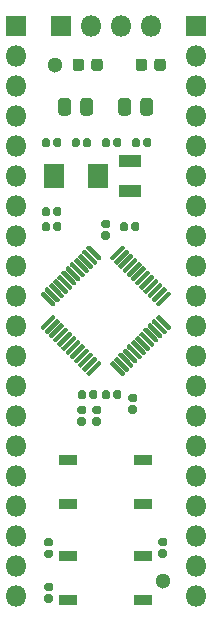
<source format=gts>
G04 #@! TF.GenerationSoftware,KiCad,Pcbnew,(5.1.6)-1*
G04 #@! TF.CreationDate,2020-06-29T14:48:59-07:00*
G04 #@! TF.ProjectId,devboard,64657662-6f61-4726-942e-6b696361645f,A*
G04 #@! TF.SameCoordinates,PX7c82060PY49a3900*
G04 #@! TF.FileFunction,Soldermask,Top*
G04 #@! TF.FilePolarity,Negative*
%FSLAX46Y46*%
G04 Gerber Fmt 4.6, Leading zero omitted, Abs format (unit mm)*
G04 Created by KiCad (PCBNEW (5.1.6)-1) date 2020-06-29 14:48:59*
%MOMM*%
%LPD*%
G01*
G04 APERTURE LIST*
%ADD10R,1.900000X1.100000*%
%ADD11R,1.800000X2.100000*%
%ADD12O,1.800000X1.800000*%
%ADD13R,1.800000X1.800000*%
%ADD14C,1.300000*%
%ADD15R,1.600000X0.950000*%
G04 APERTURE END LIST*
D10*
X11176000Y-12974000D03*
X11176000Y-15474000D03*
D11*
X4754000Y-14224000D03*
X8454000Y-14224000D03*
G36*
G01*
X12084000Y-8863250D02*
X12084000Y-7900750D01*
G75*
G02*
X12352750Y-7632000I268750J0D01*
G01*
X12890250Y-7632000D01*
G75*
G02*
X13159000Y-7900750I0J-268750D01*
G01*
X13159000Y-8863250D01*
G75*
G02*
X12890250Y-9132000I-268750J0D01*
G01*
X12352750Y-9132000D01*
G75*
G02*
X12084000Y-8863250I0J268750D01*
G01*
G37*
G36*
G01*
X10209000Y-8863250D02*
X10209000Y-7900750D01*
G75*
G02*
X10477750Y-7632000I268750J0D01*
G01*
X11015250Y-7632000D01*
G75*
G02*
X11284000Y-7900750I0J-268750D01*
G01*
X11284000Y-8863250D01*
G75*
G02*
X11015250Y-9132000I-268750J0D01*
G01*
X10477750Y-9132000D01*
G75*
G02*
X10209000Y-8863250I0J268750D01*
G01*
G37*
G36*
G01*
X6204000Y-7900750D02*
X6204000Y-8863250D01*
G75*
G02*
X5935250Y-9132000I-268750J0D01*
G01*
X5397750Y-9132000D01*
G75*
G02*
X5129000Y-8863250I0J268750D01*
G01*
X5129000Y-7900750D01*
G75*
G02*
X5397750Y-7632000I268750J0D01*
G01*
X5935250Y-7632000D01*
G75*
G02*
X6204000Y-7900750I0J-268750D01*
G01*
G37*
G36*
G01*
X8079000Y-7900750D02*
X8079000Y-8863250D01*
G75*
G02*
X7810250Y-9132000I-268750J0D01*
G01*
X7272750Y-9132000D01*
G75*
G02*
X7004000Y-8863250I0J268750D01*
G01*
X7004000Y-7900750D01*
G75*
G02*
X7272750Y-7632000I268750J0D01*
G01*
X7810250Y-7632000D01*
G75*
G02*
X8079000Y-7900750I0J-268750D01*
G01*
G37*
D12*
X16764000Y-49784000D03*
X16764000Y-47244000D03*
X16764000Y-44704000D03*
X16764000Y-42164000D03*
X16764000Y-39624000D03*
X16764000Y-37084000D03*
X16764000Y-34544000D03*
X16764000Y-32004000D03*
X16764000Y-29464000D03*
X16764000Y-26924000D03*
X16764000Y-24384000D03*
X16764000Y-21844000D03*
X16764000Y-19304000D03*
X16764000Y-16764000D03*
X16764000Y-14224000D03*
X16764000Y-11684000D03*
X16764000Y-9144000D03*
X16764000Y-6604000D03*
X16764000Y-4064000D03*
D13*
X16764000Y-1524000D03*
D12*
X1524000Y-49784000D03*
X1524000Y-47244000D03*
X1524000Y-44704000D03*
X1524000Y-42164000D03*
X1524000Y-39624000D03*
X1524000Y-37084000D03*
X1524000Y-34544000D03*
X1524000Y-32004000D03*
X1524000Y-29464000D03*
X1524000Y-26924000D03*
X1524000Y-24384000D03*
X1524000Y-21844000D03*
X1524000Y-19304000D03*
X1524000Y-16764000D03*
X1524000Y-14224000D03*
X1524000Y-11684000D03*
X1524000Y-9144000D03*
X1524000Y-6604000D03*
X1524000Y-4064000D03*
D13*
X1524000Y-1524000D03*
G36*
G01*
X7517655Y-20279988D02*
X7659076Y-20138566D01*
G75*
G02*
X7800498Y-20138566I70711J-70711D01*
G01*
X8772770Y-21110838D01*
G75*
G02*
X8772770Y-21252260I-70711J-70711D01*
G01*
X8631348Y-21393682D01*
G75*
G02*
X8489926Y-21393682I-70711J70711D01*
G01*
X7517654Y-20421410D01*
G75*
G02*
X7517654Y-20279988I70711J70711D01*
G01*
G37*
G36*
G01*
X7164101Y-20633542D02*
X7305522Y-20492120D01*
G75*
G02*
X7446944Y-20492120I70711J-70711D01*
G01*
X8419216Y-21464392D01*
G75*
G02*
X8419216Y-21605814I-70711J-70711D01*
G01*
X8277794Y-21747236D01*
G75*
G02*
X8136372Y-21747236I-70711J70711D01*
G01*
X7164100Y-20774964D01*
G75*
G02*
X7164100Y-20633542I70711J70711D01*
G01*
G37*
G36*
G01*
X6810548Y-20987095D02*
X6951969Y-20845673D01*
G75*
G02*
X7093391Y-20845673I70711J-70711D01*
G01*
X8065663Y-21817945D01*
G75*
G02*
X8065663Y-21959367I-70711J-70711D01*
G01*
X7924241Y-22100789D01*
G75*
G02*
X7782819Y-22100789I-70711J70711D01*
G01*
X6810547Y-21128517D01*
G75*
G02*
X6810547Y-20987095I70711J70711D01*
G01*
G37*
G36*
G01*
X6456994Y-21340649D02*
X6598415Y-21199227D01*
G75*
G02*
X6739837Y-21199227I70711J-70711D01*
G01*
X7712109Y-22171499D01*
G75*
G02*
X7712109Y-22312921I-70711J-70711D01*
G01*
X7570687Y-22454343D01*
G75*
G02*
X7429265Y-22454343I-70711J70711D01*
G01*
X6456993Y-21482071D01*
G75*
G02*
X6456993Y-21340649I70711J70711D01*
G01*
G37*
G36*
G01*
X6103441Y-21694202D02*
X6244862Y-21552780D01*
G75*
G02*
X6386284Y-21552780I70711J-70711D01*
G01*
X7358556Y-22525052D01*
G75*
G02*
X7358556Y-22666474I-70711J-70711D01*
G01*
X7217134Y-22807896D01*
G75*
G02*
X7075712Y-22807896I-70711J70711D01*
G01*
X6103440Y-21835624D01*
G75*
G02*
X6103440Y-21694202I70711J70711D01*
G01*
G37*
G36*
G01*
X5749888Y-22047755D02*
X5891309Y-21906333D01*
G75*
G02*
X6032731Y-21906333I70711J-70711D01*
G01*
X7005003Y-22878605D01*
G75*
G02*
X7005003Y-23020027I-70711J-70711D01*
G01*
X6863581Y-23161449D01*
G75*
G02*
X6722159Y-23161449I-70711J70711D01*
G01*
X5749887Y-22189177D01*
G75*
G02*
X5749887Y-22047755I70711J70711D01*
G01*
G37*
G36*
G01*
X5396334Y-22401309D02*
X5537755Y-22259887D01*
G75*
G02*
X5679177Y-22259887I70711J-70711D01*
G01*
X6651449Y-23232159D01*
G75*
G02*
X6651449Y-23373581I-70711J-70711D01*
G01*
X6510027Y-23515003D01*
G75*
G02*
X6368605Y-23515003I-70711J70711D01*
G01*
X5396333Y-22542731D01*
G75*
G02*
X5396333Y-22401309I70711J70711D01*
G01*
G37*
G36*
G01*
X5042781Y-22754862D02*
X5184202Y-22613440D01*
G75*
G02*
X5325624Y-22613440I70711J-70711D01*
G01*
X6297896Y-23585712D01*
G75*
G02*
X6297896Y-23727134I-70711J-70711D01*
G01*
X6156474Y-23868556D01*
G75*
G02*
X6015052Y-23868556I-70711J70711D01*
G01*
X5042780Y-22896284D01*
G75*
G02*
X5042780Y-22754862I70711J70711D01*
G01*
G37*
G36*
G01*
X4689228Y-23108415D02*
X4830649Y-22966993D01*
G75*
G02*
X4972071Y-22966993I70711J-70711D01*
G01*
X5944343Y-23939265D01*
G75*
G02*
X5944343Y-24080687I-70711J-70711D01*
G01*
X5802921Y-24222109D01*
G75*
G02*
X5661499Y-24222109I-70711J70711D01*
G01*
X4689227Y-23249837D01*
G75*
G02*
X4689227Y-23108415I70711J70711D01*
G01*
G37*
G36*
G01*
X4335674Y-23461969D02*
X4477095Y-23320547D01*
G75*
G02*
X4618517Y-23320547I70711J-70711D01*
G01*
X5590789Y-24292819D01*
G75*
G02*
X5590789Y-24434241I-70711J-70711D01*
G01*
X5449367Y-24575663D01*
G75*
G02*
X5307945Y-24575663I-70711J70711D01*
G01*
X4335673Y-23603391D01*
G75*
G02*
X4335673Y-23461969I70711J70711D01*
G01*
G37*
G36*
G01*
X3982121Y-23815522D02*
X4123542Y-23674100D01*
G75*
G02*
X4264964Y-23674100I70711J-70711D01*
G01*
X5237236Y-24646372D01*
G75*
G02*
X5237236Y-24787794I-70711J-70711D01*
G01*
X5095814Y-24929216D01*
G75*
G02*
X4954392Y-24929216I-70711J70711D01*
G01*
X3982120Y-23956944D01*
G75*
G02*
X3982120Y-23815522I70711J70711D01*
G01*
G37*
G36*
G01*
X3628567Y-24169076D02*
X3769988Y-24027654D01*
G75*
G02*
X3911410Y-24027654I70711J-70711D01*
G01*
X4883682Y-24999926D01*
G75*
G02*
X4883682Y-25141348I-70711J-70711D01*
G01*
X4742260Y-25282770D01*
G75*
G02*
X4600838Y-25282770I-70711J70711D01*
G01*
X3628566Y-24310498D01*
G75*
G02*
X3628566Y-24169076I70711J70711D01*
G01*
G37*
G36*
G01*
X3628567Y-26997503D02*
X4600838Y-26025230D01*
G75*
G02*
X4742260Y-26025230I70711J-70711D01*
G01*
X4883682Y-26166652D01*
G75*
G02*
X4883682Y-26308074I-70711J-70711D01*
G01*
X3911410Y-27280346D01*
G75*
G02*
X3769988Y-27280346I-70711J70711D01*
G01*
X3628566Y-27138924D01*
G75*
G02*
X3628566Y-26997502I70711J70711D01*
G01*
G37*
G36*
G01*
X3982121Y-27351057D02*
X4954392Y-26378784D01*
G75*
G02*
X5095814Y-26378784I70711J-70711D01*
G01*
X5237236Y-26520206D01*
G75*
G02*
X5237236Y-26661628I-70711J-70711D01*
G01*
X4264964Y-27633900D01*
G75*
G02*
X4123542Y-27633900I-70711J70711D01*
G01*
X3982120Y-27492478D01*
G75*
G02*
X3982120Y-27351056I70711J70711D01*
G01*
G37*
G36*
G01*
X4335674Y-27704610D02*
X5307945Y-26732337D01*
G75*
G02*
X5449367Y-26732337I70711J-70711D01*
G01*
X5590789Y-26873759D01*
G75*
G02*
X5590789Y-27015181I-70711J-70711D01*
G01*
X4618517Y-27987453D01*
G75*
G02*
X4477095Y-27987453I-70711J70711D01*
G01*
X4335673Y-27846031D01*
G75*
G02*
X4335673Y-27704609I70711J70711D01*
G01*
G37*
G36*
G01*
X4689228Y-28058164D02*
X5661499Y-27085891D01*
G75*
G02*
X5802921Y-27085891I70711J-70711D01*
G01*
X5944343Y-27227313D01*
G75*
G02*
X5944343Y-27368735I-70711J-70711D01*
G01*
X4972071Y-28341007D01*
G75*
G02*
X4830649Y-28341007I-70711J70711D01*
G01*
X4689227Y-28199585D01*
G75*
G02*
X4689227Y-28058163I70711J70711D01*
G01*
G37*
G36*
G01*
X5042781Y-28411717D02*
X6015052Y-27439444D01*
G75*
G02*
X6156474Y-27439444I70711J-70711D01*
G01*
X6297896Y-27580866D01*
G75*
G02*
X6297896Y-27722288I-70711J-70711D01*
G01*
X5325624Y-28694560D01*
G75*
G02*
X5184202Y-28694560I-70711J70711D01*
G01*
X5042780Y-28553138D01*
G75*
G02*
X5042780Y-28411716I70711J70711D01*
G01*
G37*
G36*
G01*
X5396334Y-28765270D02*
X6368605Y-27792997D01*
G75*
G02*
X6510027Y-27792997I70711J-70711D01*
G01*
X6651449Y-27934419D01*
G75*
G02*
X6651449Y-28075841I-70711J-70711D01*
G01*
X5679177Y-29048113D01*
G75*
G02*
X5537755Y-29048113I-70711J70711D01*
G01*
X5396333Y-28906691D01*
G75*
G02*
X5396333Y-28765269I70711J70711D01*
G01*
G37*
G36*
G01*
X5749888Y-29118824D02*
X6722159Y-28146551D01*
G75*
G02*
X6863581Y-28146551I70711J-70711D01*
G01*
X7005003Y-28287973D01*
G75*
G02*
X7005003Y-28429395I-70711J-70711D01*
G01*
X6032731Y-29401667D01*
G75*
G02*
X5891309Y-29401667I-70711J70711D01*
G01*
X5749887Y-29260245D01*
G75*
G02*
X5749887Y-29118823I70711J70711D01*
G01*
G37*
G36*
G01*
X6103441Y-29472377D02*
X7075712Y-28500104D01*
G75*
G02*
X7217134Y-28500104I70711J-70711D01*
G01*
X7358556Y-28641526D01*
G75*
G02*
X7358556Y-28782948I-70711J-70711D01*
G01*
X6386284Y-29755220D01*
G75*
G02*
X6244862Y-29755220I-70711J70711D01*
G01*
X6103440Y-29613798D01*
G75*
G02*
X6103440Y-29472376I70711J70711D01*
G01*
G37*
G36*
G01*
X6456994Y-29825930D02*
X7429265Y-28853657D01*
G75*
G02*
X7570687Y-28853657I70711J-70711D01*
G01*
X7712109Y-28995079D01*
G75*
G02*
X7712109Y-29136501I-70711J-70711D01*
G01*
X6739837Y-30108773D01*
G75*
G02*
X6598415Y-30108773I-70711J70711D01*
G01*
X6456993Y-29967351D01*
G75*
G02*
X6456993Y-29825929I70711J70711D01*
G01*
G37*
G36*
G01*
X6810548Y-30179484D02*
X7782819Y-29207211D01*
G75*
G02*
X7924241Y-29207211I70711J-70711D01*
G01*
X8065663Y-29348633D01*
G75*
G02*
X8065663Y-29490055I-70711J-70711D01*
G01*
X7093391Y-30462327D01*
G75*
G02*
X6951969Y-30462327I-70711J70711D01*
G01*
X6810547Y-30320905D01*
G75*
G02*
X6810547Y-30179483I70711J70711D01*
G01*
G37*
G36*
G01*
X7164101Y-30533037D02*
X8136372Y-29560764D01*
G75*
G02*
X8277794Y-29560764I70711J-70711D01*
G01*
X8419216Y-29702186D01*
G75*
G02*
X8419216Y-29843608I-70711J-70711D01*
G01*
X7446944Y-30815880D01*
G75*
G02*
X7305522Y-30815880I-70711J70711D01*
G01*
X7164100Y-30674458D01*
G75*
G02*
X7164100Y-30533036I70711J70711D01*
G01*
G37*
G36*
G01*
X7517655Y-30886591D02*
X8489926Y-29914318D01*
G75*
G02*
X8631348Y-29914318I70711J-70711D01*
G01*
X8772770Y-30055740D01*
G75*
G02*
X8772770Y-30197162I-70711J-70711D01*
G01*
X7800498Y-31169434D01*
G75*
G02*
X7659076Y-31169434I-70711J70711D01*
G01*
X7517654Y-31028012D01*
G75*
G02*
X7517654Y-30886590I70711J70711D01*
G01*
G37*
G36*
G01*
X9515231Y-30055740D02*
X9656652Y-29914318D01*
G75*
G02*
X9798074Y-29914318I70711J-70711D01*
G01*
X10770346Y-30886590D01*
G75*
G02*
X10770346Y-31028012I-70711J-70711D01*
G01*
X10628924Y-31169434D01*
G75*
G02*
X10487502Y-31169434I-70711J70711D01*
G01*
X9515230Y-30197162D01*
G75*
G02*
X9515230Y-30055740I70711J70711D01*
G01*
G37*
G36*
G01*
X9868785Y-29702186D02*
X10010206Y-29560764D01*
G75*
G02*
X10151628Y-29560764I70711J-70711D01*
G01*
X11123900Y-30533036D01*
G75*
G02*
X11123900Y-30674458I-70711J-70711D01*
G01*
X10982478Y-30815880D01*
G75*
G02*
X10841056Y-30815880I-70711J70711D01*
G01*
X9868784Y-29843608D01*
G75*
G02*
X9868784Y-29702186I70711J70711D01*
G01*
G37*
G36*
G01*
X10222338Y-29348633D02*
X10363759Y-29207211D01*
G75*
G02*
X10505181Y-29207211I70711J-70711D01*
G01*
X11477453Y-30179483D01*
G75*
G02*
X11477453Y-30320905I-70711J-70711D01*
G01*
X11336031Y-30462327D01*
G75*
G02*
X11194609Y-30462327I-70711J70711D01*
G01*
X10222337Y-29490055D01*
G75*
G02*
X10222337Y-29348633I70711J70711D01*
G01*
G37*
G36*
G01*
X10575892Y-28995079D02*
X10717313Y-28853657D01*
G75*
G02*
X10858735Y-28853657I70711J-70711D01*
G01*
X11831007Y-29825929D01*
G75*
G02*
X11831007Y-29967351I-70711J-70711D01*
G01*
X11689585Y-30108773D01*
G75*
G02*
X11548163Y-30108773I-70711J70711D01*
G01*
X10575891Y-29136501D01*
G75*
G02*
X10575891Y-28995079I70711J70711D01*
G01*
G37*
G36*
G01*
X10929445Y-28641526D02*
X11070866Y-28500104D01*
G75*
G02*
X11212288Y-28500104I70711J-70711D01*
G01*
X12184560Y-29472376D01*
G75*
G02*
X12184560Y-29613798I-70711J-70711D01*
G01*
X12043138Y-29755220D01*
G75*
G02*
X11901716Y-29755220I-70711J70711D01*
G01*
X10929444Y-28782948D01*
G75*
G02*
X10929444Y-28641526I70711J70711D01*
G01*
G37*
G36*
G01*
X11282998Y-28287973D02*
X11424419Y-28146551D01*
G75*
G02*
X11565841Y-28146551I70711J-70711D01*
G01*
X12538113Y-29118823D01*
G75*
G02*
X12538113Y-29260245I-70711J-70711D01*
G01*
X12396691Y-29401667D01*
G75*
G02*
X12255269Y-29401667I-70711J70711D01*
G01*
X11282997Y-28429395D01*
G75*
G02*
X11282997Y-28287973I70711J70711D01*
G01*
G37*
G36*
G01*
X11636552Y-27934419D02*
X11777973Y-27792997D01*
G75*
G02*
X11919395Y-27792997I70711J-70711D01*
G01*
X12891667Y-28765269D01*
G75*
G02*
X12891667Y-28906691I-70711J-70711D01*
G01*
X12750245Y-29048113D01*
G75*
G02*
X12608823Y-29048113I-70711J70711D01*
G01*
X11636551Y-28075841D01*
G75*
G02*
X11636551Y-27934419I70711J70711D01*
G01*
G37*
G36*
G01*
X11990105Y-27580866D02*
X12131526Y-27439444D01*
G75*
G02*
X12272948Y-27439444I70711J-70711D01*
G01*
X13245220Y-28411716D01*
G75*
G02*
X13245220Y-28553138I-70711J-70711D01*
G01*
X13103798Y-28694560D01*
G75*
G02*
X12962376Y-28694560I-70711J70711D01*
G01*
X11990104Y-27722288D01*
G75*
G02*
X11990104Y-27580866I70711J70711D01*
G01*
G37*
G36*
G01*
X12343658Y-27227313D02*
X12485079Y-27085891D01*
G75*
G02*
X12626501Y-27085891I70711J-70711D01*
G01*
X13598773Y-28058163D01*
G75*
G02*
X13598773Y-28199585I-70711J-70711D01*
G01*
X13457351Y-28341007D01*
G75*
G02*
X13315929Y-28341007I-70711J70711D01*
G01*
X12343657Y-27368735D01*
G75*
G02*
X12343657Y-27227313I70711J70711D01*
G01*
G37*
G36*
G01*
X12697212Y-26873759D02*
X12838633Y-26732337D01*
G75*
G02*
X12980055Y-26732337I70711J-70711D01*
G01*
X13952327Y-27704609D01*
G75*
G02*
X13952327Y-27846031I-70711J-70711D01*
G01*
X13810905Y-27987453D01*
G75*
G02*
X13669483Y-27987453I-70711J70711D01*
G01*
X12697211Y-27015181D01*
G75*
G02*
X12697211Y-26873759I70711J70711D01*
G01*
G37*
G36*
G01*
X13050765Y-26520206D02*
X13192186Y-26378784D01*
G75*
G02*
X13333608Y-26378784I70711J-70711D01*
G01*
X14305880Y-27351056D01*
G75*
G02*
X14305880Y-27492478I-70711J-70711D01*
G01*
X14164458Y-27633900D01*
G75*
G02*
X14023036Y-27633900I-70711J70711D01*
G01*
X13050764Y-26661628D01*
G75*
G02*
X13050764Y-26520206I70711J70711D01*
G01*
G37*
G36*
G01*
X13404319Y-26166652D02*
X13545740Y-26025230D01*
G75*
G02*
X13687162Y-26025230I70711J-70711D01*
G01*
X14659434Y-26997502D01*
G75*
G02*
X14659434Y-27138924I-70711J-70711D01*
G01*
X14518012Y-27280346D01*
G75*
G02*
X14376590Y-27280346I-70711J70711D01*
G01*
X13404318Y-26308074D01*
G75*
G02*
X13404318Y-26166652I70711J70711D01*
G01*
G37*
G36*
G01*
X13404319Y-24999927D02*
X14376590Y-24027654D01*
G75*
G02*
X14518012Y-24027654I70711J-70711D01*
G01*
X14659434Y-24169076D01*
G75*
G02*
X14659434Y-24310498I-70711J-70711D01*
G01*
X13687162Y-25282770D01*
G75*
G02*
X13545740Y-25282770I-70711J70711D01*
G01*
X13404318Y-25141348D01*
G75*
G02*
X13404318Y-24999926I70711J70711D01*
G01*
G37*
G36*
G01*
X13050765Y-24646373D02*
X14023036Y-23674100D01*
G75*
G02*
X14164458Y-23674100I70711J-70711D01*
G01*
X14305880Y-23815522D01*
G75*
G02*
X14305880Y-23956944I-70711J-70711D01*
G01*
X13333608Y-24929216D01*
G75*
G02*
X13192186Y-24929216I-70711J70711D01*
G01*
X13050764Y-24787794D01*
G75*
G02*
X13050764Y-24646372I70711J70711D01*
G01*
G37*
G36*
G01*
X12697212Y-24292820D02*
X13669483Y-23320547D01*
G75*
G02*
X13810905Y-23320547I70711J-70711D01*
G01*
X13952327Y-23461969D01*
G75*
G02*
X13952327Y-23603391I-70711J-70711D01*
G01*
X12980055Y-24575663D01*
G75*
G02*
X12838633Y-24575663I-70711J70711D01*
G01*
X12697211Y-24434241D01*
G75*
G02*
X12697211Y-24292819I70711J70711D01*
G01*
G37*
G36*
G01*
X12343658Y-23939266D02*
X13315929Y-22966993D01*
G75*
G02*
X13457351Y-22966993I70711J-70711D01*
G01*
X13598773Y-23108415D01*
G75*
G02*
X13598773Y-23249837I-70711J-70711D01*
G01*
X12626501Y-24222109D01*
G75*
G02*
X12485079Y-24222109I-70711J70711D01*
G01*
X12343657Y-24080687D01*
G75*
G02*
X12343657Y-23939265I70711J70711D01*
G01*
G37*
G36*
G01*
X11990105Y-23585713D02*
X12962376Y-22613440D01*
G75*
G02*
X13103798Y-22613440I70711J-70711D01*
G01*
X13245220Y-22754862D01*
G75*
G02*
X13245220Y-22896284I-70711J-70711D01*
G01*
X12272948Y-23868556D01*
G75*
G02*
X12131526Y-23868556I-70711J70711D01*
G01*
X11990104Y-23727134D01*
G75*
G02*
X11990104Y-23585712I70711J70711D01*
G01*
G37*
G36*
G01*
X11636552Y-23232160D02*
X12608823Y-22259887D01*
G75*
G02*
X12750245Y-22259887I70711J-70711D01*
G01*
X12891667Y-22401309D01*
G75*
G02*
X12891667Y-22542731I-70711J-70711D01*
G01*
X11919395Y-23515003D01*
G75*
G02*
X11777973Y-23515003I-70711J70711D01*
G01*
X11636551Y-23373581D01*
G75*
G02*
X11636551Y-23232159I70711J70711D01*
G01*
G37*
G36*
G01*
X11282998Y-22878606D02*
X12255269Y-21906333D01*
G75*
G02*
X12396691Y-21906333I70711J-70711D01*
G01*
X12538113Y-22047755D01*
G75*
G02*
X12538113Y-22189177I-70711J-70711D01*
G01*
X11565841Y-23161449D01*
G75*
G02*
X11424419Y-23161449I-70711J70711D01*
G01*
X11282997Y-23020027D01*
G75*
G02*
X11282997Y-22878605I70711J70711D01*
G01*
G37*
G36*
G01*
X10929445Y-22525053D02*
X11901716Y-21552780D01*
G75*
G02*
X12043138Y-21552780I70711J-70711D01*
G01*
X12184560Y-21694202D01*
G75*
G02*
X12184560Y-21835624I-70711J-70711D01*
G01*
X11212288Y-22807896D01*
G75*
G02*
X11070866Y-22807896I-70711J70711D01*
G01*
X10929444Y-22666474D01*
G75*
G02*
X10929444Y-22525052I70711J70711D01*
G01*
G37*
G36*
G01*
X10575892Y-22171500D02*
X11548163Y-21199227D01*
G75*
G02*
X11689585Y-21199227I70711J-70711D01*
G01*
X11831007Y-21340649D01*
G75*
G02*
X11831007Y-21482071I-70711J-70711D01*
G01*
X10858735Y-22454343D01*
G75*
G02*
X10717313Y-22454343I-70711J70711D01*
G01*
X10575891Y-22312921D01*
G75*
G02*
X10575891Y-22171499I70711J70711D01*
G01*
G37*
G36*
G01*
X10222338Y-21817946D02*
X11194609Y-20845673D01*
G75*
G02*
X11336031Y-20845673I70711J-70711D01*
G01*
X11477453Y-20987095D01*
G75*
G02*
X11477453Y-21128517I-70711J-70711D01*
G01*
X10505181Y-22100789D01*
G75*
G02*
X10363759Y-22100789I-70711J70711D01*
G01*
X10222337Y-21959367D01*
G75*
G02*
X10222337Y-21817945I70711J70711D01*
G01*
G37*
G36*
G01*
X9868785Y-21464393D02*
X10841056Y-20492120D01*
G75*
G02*
X10982478Y-20492120I70711J-70711D01*
G01*
X11123900Y-20633542D01*
G75*
G02*
X11123900Y-20774964I-70711J-70711D01*
G01*
X10151628Y-21747236D01*
G75*
G02*
X10010206Y-21747236I-70711J70711D01*
G01*
X9868784Y-21605814D01*
G75*
G02*
X9868784Y-21464392I70711J70711D01*
G01*
G37*
G36*
G01*
X9515231Y-21110839D02*
X10487502Y-20138566D01*
G75*
G02*
X10628924Y-20138566I70711J-70711D01*
G01*
X10770346Y-20279988D01*
G75*
G02*
X10770346Y-20421410I-70711J-70711D01*
G01*
X9798074Y-21393682D01*
G75*
G02*
X9656652Y-21393682I-70711J70711D01*
G01*
X9515230Y-21252260D01*
G75*
G02*
X9515230Y-21110838I70711J70711D01*
G01*
G37*
D14*
X4826000Y-4826000D03*
X13970000Y-48514000D03*
D15*
X12344000Y-50110000D03*
X12344000Y-46410000D03*
X5944000Y-46410000D03*
X5944000Y-50110000D03*
G36*
G01*
X4120500Y-49670000D02*
X4515500Y-49670000D01*
G75*
G02*
X4688000Y-49842500I0J-172500D01*
G01*
X4688000Y-50187500D01*
G75*
G02*
X4515500Y-50360000I-172500J0D01*
G01*
X4120500Y-50360000D01*
G75*
G02*
X3948000Y-50187500I0J172500D01*
G01*
X3948000Y-49842500D01*
G75*
G02*
X4120500Y-49670000I172500J0D01*
G01*
G37*
G36*
G01*
X4120500Y-48700000D02*
X4515500Y-48700000D01*
G75*
G02*
X4688000Y-48872500I0J-172500D01*
G01*
X4688000Y-49217500D01*
G75*
G02*
X4515500Y-49390000I-172500J0D01*
G01*
X4120500Y-49390000D01*
G75*
G02*
X3948000Y-49217500I0J172500D01*
G01*
X3948000Y-48872500D01*
G75*
G02*
X4120500Y-48700000I172500J0D01*
G01*
G37*
G36*
G01*
X14167500Y-45580000D02*
X13772500Y-45580000D01*
G75*
G02*
X13600000Y-45407500I0J172500D01*
G01*
X13600000Y-45062500D01*
G75*
G02*
X13772500Y-44890000I172500J0D01*
G01*
X14167500Y-44890000D01*
G75*
G02*
X14340000Y-45062500I0J-172500D01*
G01*
X14340000Y-45407500D01*
G75*
G02*
X14167500Y-45580000I-172500J0D01*
G01*
G37*
G36*
G01*
X14167500Y-46550000D02*
X13772500Y-46550000D01*
G75*
G02*
X13600000Y-46377500I0J172500D01*
G01*
X13600000Y-46032500D01*
G75*
G02*
X13772500Y-45860000I172500J0D01*
G01*
X14167500Y-45860000D01*
G75*
G02*
X14340000Y-46032500I0J-172500D01*
G01*
X14340000Y-46377500D01*
G75*
G02*
X14167500Y-46550000I-172500J0D01*
G01*
G37*
G36*
G01*
X4120500Y-45883000D02*
X4515500Y-45883000D01*
G75*
G02*
X4688000Y-46055500I0J-172500D01*
G01*
X4688000Y-46400500D01*
G75*
G02*
X4515500Y-46573000I-172500J0D01*
G01*
X4120500Y-46573000D01*
G75*
G02*
X3948000Y-46400500I0J172500D01*
G01*
X3948000Y-46055500D01*
G75*
G02*
X4120500Y-45883000I172500J0D01*
G01*
G37*
G36*
G01*
X4120500Y-44913000D02*
X4515500Y-44913000D01*
G75*
G02*
X4688000Y-45085500I0J-172500D01*
G01*
X4688000Y-45430500D01*
G75*
G02*
X4515500Y-45603000I-172500J0D01*
G01*
X4120500Y-45603000D01*
G75*
G02*
X3948000Y-45430500I0J172500D01*
G01*
X3948000Y-45085500D01*
G75*
G02*
X4120500Y-44913000I172500J0D01*
G01*
G37*
X12344000Y-41982000D03*
X12344000Y-38282000D03*
X5944000Y-38282000D03*
X5944000Y-41982000D03*
G36*
G01*
X12654000Y-4544750D02*
X12654000Y-5107250D01*
G75*
G02*
X12410250Y-5351000I-243750J0D01*
G01*
X11922750Y-5351000D01*
G75*
G02*
X11679000Y-5107250I0J243750D01*
G01*
X11679000Y-4544750D01*
G75*
G02*
X11922750Y-4301000I243750J0D01*
G01*
X12410250Y-4301000D01*
G75*
G02*
X12654000Y-4544750I0J-243750D01*
G01*
G37*
G36*
G01*
X14229000Y-4544750D02*
X14229000Y-5107250D01*
G75*
G02*
X13985250Y-5351000I-243750J0D01*
G01*
X13497750Y-5351000D01*
G75*
G02*
X13254000Y-5107250I0J243750D01*
G01*
X13254000Y-4544750D01*
G75*
G02*
X13497750Y-4301000I243750J0D01*
G01*
X13985250Y-4301000D01*
G75*
G02*
X14229000Y-4544750I0J-243750D01*
G01*
G37*
G36*
G01*
X7920000Y-5107250D02*
X7920000Y-4544750D01*
G75*
G02*
X8163750Y-4301000I243750J0D01*
G01*
X8651250Y-4301000D01*
G75*
G02*
X8895000Y-4544750I0J-243750D01*
G01*
X8895000Y-5107250D01*
G75*
G02*
X8651250Y-5351000I-243750J0D01*
G01*
X8163750Y-5351000D01*
G75*
G02*
X7920000Y-5107250I0J243750D01*
G01*
G37*
G36*
G01*
X6345000Y-5107250D02*
X6345000Y-4544750D01*
G75*
G02*
X6588750Y-4301000I243750J0D01*
G01*
X7076250Y-4301000D01*
G75*
G02*
X7320000Y-4544750I0J-243750D01*
G01*
X7320000Y-5107250D01*
G75*
G02*
X7076250Y-5351000I-243750J0D01*
G01*
X6588750Y-5351000D01*
G75*
G02*
X6345000Y-5107250I0J243750D01*
G01*
G37*
G36*
G01*
X11232500Y-33668000D02*
X11627500Y-33668000D01*
G75*
G02*
X11800000Y-33840500I0J-172500D01*
G01*
X11800000Y-34185500D01*
G75*
G02*
X11627500Y-34358000I-172500J0D01*
G01*
X11232500Y-34358000D01*
G75*
G02*
X11060000Y-34185500I0J172500D01*
G01*
X11060000Y-33840500D01*
G75*
G02*
X11232500Y-33668000I172500J0D01*
G01*
G37*
G36*
G01*
X11232500Y-32698000D02*
X11627500Y-32698000D01*
G75*
G02*
X11800000Y-32870500I0J-172500D01*
G01*
X11800000Y-33215500D01*
G75*
G02*
X11627500Y-33388000I-172500J0D01*
G01*
X11232500Y-33388000D01*
G75*
G02*
X11060000Y-33215500I0J172500D01*
G01*
X11060000Y-32870500D01*
G75*
G02*
X11232500Y-32698000I172500J0D01*
G01*
G37*
G36*
G01*
X9512000Y-32568500D02*
X9512000Y-32963500D01*
G75*
G02*
X9339500Y-33136000I-172500J0D01*
G01*
X8994500Y-33136000D01*
G75*
G02*
X8822000Y-32963500I0J172500D01*
G01*
X8822000Y-32568500D01*
G75*
G02*
X8994500Y-32396000I172500J0D01*
G01*
X9339500Y-32396000D01*
G75*
G02*
X9512000Y-32568500I0J-172500D01*
G01*
G37*
G36*
G01*
X10482000Y-32568500D02*
X10482000Y-32963500D01*
G75*
G02*
X10309500Y-33136000I-172500J0D01*
G01*
X9964500Y-33136000D01*
G75*
G02*
X9792000Y-32963500I0J172500D01*
G01*
X9792000Y-32568500D01*
G75*
G02*
X9964500Y-32396000I172500J0D01*
G01*
X10309500Y-32396000D01*
G75*
G02*
X10482000Y-32568500I0J-172500D01*
G01*
G37*
G36*
G01*
X8579500Y-34404000D02*
X8184500Y-34404000D01*
G75*
G02*
X8012000Y-34231500I0J172500D01*
G01*
X8012000Y-33886500D01*
G75*
G02*
X8184500Y-33714000I172500J0D01*
G01*
X8579500Y-33714000D01*
G75*
G02*
X8752000Y-33886500I0J-172500D01*
G01*
X8752000Y-34231500D01*
G75*
G02*
X8579500Y-34404000I-172500J0D01*
G01*
G37*
G36*
G01*
X8579500Y-35374000D02*
X8184500Y-35374000D01*
G75*
G02*
X8012000Y-35201500I0J172500D01*
G01*
X8012000Y-34856500D01*
G75*
G02*
X8184500Y-34684000I172500J0D01*
G01*
X8579500Y-34684000D01*
G75*
G02*
X8752000Y-34856500I0J-172500D01*
G01*
X8752000Y-35201500D01*
G75*
G02*
X8579500Y-35374000I-172500J0D01*
G01*
G37*
D12*
X12954000Y-1524000D03*
X10414000Y-1524000D03*
X7874000Y-1524000D03*
D13*
X5334000Y-1524000D03*
G36*
G01*
X6914500Y-34684000D02*
X7309500Y-34684000D01*
G75*
G02*
X7482000Y-34856500I0J-172500D01*
G01*
X7482000Y-35201500D01*
G75*
G02*
X7309500Y-35374000I-172500J0D01*
G01*
X6914500Y-35374000D01*
G75*
G02*
X6742000Y-35201500I0J172500D01*
G01*
X6742000Y-34856500D01*
G75*
G02*
X6914500Y-34684000I172500J0D01*
G01*
G37*
G36*
G01*
X6914500Y-33714000D02*
X7309500Y-33714000D01*
G75*
G02*
X7482000Y-33886500I0J-172500D01*
G01*
X7482000Y-34231500D01*
G75*
G02*
X7309500Y-34404000I-172500J0D01*
G01*
X6914500Y-34404000D01*
G75*
G02*
X6742000Y-34231500I0J172500D01*
G01*
X6742000Y-33886500D01*
G75*
G02*
X6914500Y-33714000I172500J0D01*
G01*
G37*
G36*
G01*
X9792000Y-11627500D02*
X9792000Y-11232500D01*
G75*
G02*
X9964500Y-11060000I172500J0D01*
G01*
X10309500Y-11060000D01*
G75*
G02*
X10482000Y-11232500I0J-172500D01*
G01*
X10482000Y-11627500D01*
G75*
G02*
X10309500Y-11800000I-172500J0D01*
G01*
X9964500Y-11800000D01*
G75*
G02*
X9792000Y-11627500I0J172500D01*
G01*
G37*
G36*
G01*
X8822000Y-11627500D02*
X8822000Y-11232500D01*
G75*
G02*
X8994500Y-11060000I172500J0D01*
G01*
X9339500Y-11060000D01*
G75*
G02*
X9512000Y-11232500I0J-172500D01*
G01*
X9512000Y-11627500D01*
G75*
G02*
X9339500Y-11800000I-172500J0D01*
G01*
X8994500Y-11800000D01*
G75*
G02*
X8822000Y-11627500I0J172500D01*
G01*
G37*
G36*
G01*
X12052000Y-11232500D02*
X12052000Y-11627500D01*
G75*
G02*
X11879500Y-11800000I-172500J0D01*
G01*
X11534500Y-11800000D01*
G75*
G02*
X11362000Y-11627500I0J172500D01*
G01*
X11362000Y-11232500D01*
G75*
G02*
X11534500Y-11060000I172500J0D01*
G01*
X11879500Y-11060000D01*
G75*
G02*
X12052000Y-11232500I0J-172500D01*
G01*
G37*
G36*
G01*
X13022000Y-11232500D02*
X13022000Y-11627500D01*
G75*
G02*
X12849500Y-11800000I-172500J0D01*
G01*
X12504500Y-11800000D01*
G75*
G02*
X12332000Y-11627500I0J172500D01*
G01*
X12332000Y-11232500D01*
G75*
G02*
X12504500Y-11060000I172500J0D01*
G01*
X12849500Y-11060000D01*
G75*
G02*
X13022000Y-11232500I0J-172500D01*
G01*
G37*
G36*
G01*
X4712000Y-11627500D02*
X4712000Y-11232500D01*
G75*
G02*
X4884500Y-11060000I172500J0D01*
G01*
X5229500Y-11060000D01*
G75*
G02*
X5402000Y-11232500I0J-172500D01*
G01*
X5402000Y-11627500D01*
G75*
G02*
X5229500Y-11800000I-172500J0D01*
G01*
X4884500Y-11800000D01*
G75*
G02*
X4712000Y-11627500I0J172500D01*
G01*
G37*
G36*
G01*
X3742000Y-11627500D02*
X3742000Y-11232500D01*
G75*
G02*
X3914500Y-11060000I172500J0D01*
G01*
X4259500Y-11060000D01*
G75*
G02*
X4432000Y-11232500I0J-172500D01*
G01*
X4432000Y-11627500D01*
G75*
G02*
X4259500Y-11800000I-172500J0D01*
G01*
X3914500Y-11800000D01*
G75*
G02*
X3742000Y-11627500I0J172500D01*
G01*
G37*
G36*
G01*
X6949000Y-11232500D02*
X6949000Y-11627500D01*
G75*
G02*
X6776500Y-11800000I-172500J0D01*
G01*
X6431500Y-11800000D01*
G75*
G02*
X6259000Y-11627500I0J172500D01*
G01*
X6259000Y-11232500D01*
G75*
G02*
X6431500Y-11060000I172500J0D01*
G01*
X6776500Y-11060000D01*
G75*
G02*
X6949000Y-11232500I0J-172500D01*
G01*
G37*
G36*
G01*
X7919000Y-11232500D02*
X7919000Y-11627500D01*
G75*
G02*
X7746500Y-11800000I-172500J0D01*
G01*
X7401500Y-11800000D01*
G75*
G02*
X7229000Y-11627500I0J172500D01*
G01*
X7229000Y-11232500D01*
G75*
G02*
X7401500Y-11060000I172500J0D01*
G01*
X7746500Y-11060000D01*
G75*
G02*
X7919000Y-11232500I0J-172500D01*
G01*
G37*
G36*
G01*
X4712000Y-17469500D02*
X4712000Y-17074500D01*
G75*
G02*
X4884500Y-16902000I172500J0D01*
G01*
X5229500Y-16902000D01*
G75*
G02*
X5402000Y-17074500I0J-172500D01*
G01*
X5402000Y-17469500D01*
G75*
G02*
X5229500Y-17642000I-172500J0D01*
G01*
X4884500Y-17642000D01*
G75*
G02*
X4712000Y-17469500I0J172500D01*
G01*
G37*
G36*
G01*
X3742000Y-17469500D02*
X3742000Y-17074500D01*
G75*
G02*
X3914500Y-16902000I172500J0D01*
G01*
X4259500Y-16902000D01*
G75*
G02*
X4432000Y-17074500I0J-172500D01*
G01*
X4432000Y-17469500D01*
G75*
G02*
X4259500Y-17642000I-172500J0D01*
G01*
X3914500Y-17642000D01*
G75*
G02*
X3742000Y-17469500I0J172500D01*
G01*
G37*
G36*
G01*
X4712000Y-18739500D02*
X4712000Y-18344500D01*
G75*
G02*
X4884500Y-18172000I172500J0D01*
G01*
X5229500Y-18172000D01*
G75*
G02*
X5402000Y-18344500I0J-172500D01*
G01*
X5402000Y-18739500D01*
G75*
G02*
X5229500Y-18912000I-172500J0D01*
G01*
X4884500Y-18912000D01*
G75*
G02*
X4712000Y-18739500I0J172500D01*
G01*
G37*
G36*
G01*
X3742000Y-18739500D02*
X3742000Y-18344500D01*
G75*
G02*
X3914500Y-18172000I172500J0D01*
G01*
X4259500Y-18172000D01*
G75*
G02*
X4432000Y-18344500I0J-172500D01*
G01*
X4432000Y-18739500D01*
G75*
G02*
X4259500Y-18912000I-172500J0D01*
G01*
X3914500Y-18912000D01*
G75*
G02*
X3742000Y-18739500I0J172500D01*
G01*
G37*
G36*
G01*
X11316000Y-18739500D02*
X11316000Y-18344500D01*
G75*
G02*
X11488500Y-18172000I172500J0D01*
G01*
X11833500Y-18172000D01*
G75*
G02*
X12006000Y-18344500I0J-172500D01*
G01*
X12006000Y-18739500D01*
G75*
G02*
X11833500Y-18912000I-172500J0D01*
G01*
X11488500Y-18912000D01*
G75*
G02*
X11316000Y-18739500I0J172500D01*
G01*
G37*
G36*
G01*
X10346000Y-18739500D02*
X10346000Y-18344500D01*
G75*
G02*
X10518500Y-18172000I172500J0D01*
G01*
X10863500Y-18172000D01*
G75*
G02*
X11036000Y-18344500I0J-172500D01*
G01*
X11036000Y-18739500D01*
G75*
G02*
X10863500Y-18912000I-172500J0D01*
G01*
X10518500Y-18912000D01*
G75*
G02*
X10346000Y-18739500I0J172500D01*
G01*
G37*
G36*
G01*
X7480000Y-32568500D02*
X7480000Y-32963500D01*
G75*
G02*
X7307500Y-33136000I-172500J0D01*
G01*
X6962500Y-33136000D01*
G75*
G02*
X6790000Y-32963500I0J172500D01*
G01*
X6790000Y-32568500D01*
G75*
G02*
X6962500Y-32396000I172500J0D01*
G01*
X7307500Y-32396000D01*
G75*
G02*
X7480000Y-32568500I0J-172500D01*
G01*
G37*
G36*
G01*
X8450000Y-32568500D02*
X8450000Y-32963500D01*
G75*
G02*
X8277500Y-33136000I-172500J0D01*
G01*
X7932500Y-33136000D01*
G75*
G02*
X7760000Y-32963500I0J172500D01*
G01*
X7760000Y-32568500D01*
G75*
G02*
X7932500Y-32396000I172500J0D01*
G01*
X8277500Y-32396000D01*
G75*
G02*
X8450000Y-32568500I0J-172500D01*
G01*
G37*
G36*
G01*
X9341500Y-18656000D02*
X8946500Y-18656000D01*
G75*
G02*
X8774000Y-18483500I0J172500D01*
G01*
X8774000Y-18138500D01*
G75*
G02*
X8946500Y-17966000I172500J0D01*
G01*
X9341500Y-17966000D01*
G75*
G02*
X9514000Y-18138500I0J-172500D01*
G01*
X9514000Y-18483500D01*
G75*
G02*
X9341500Y-18656000I-172500J0D01*
G01*
G37*
G36*
G01*
X9341500Y-19626000D02*
X8946500Y-19626000D01*
G75*
G02*
X8774000Y-19453500I0J172500D01*
G01*
X8774000Y-19108500D01*
G75*
G02*
X8946500Y-18936000I172500J0D01*
G01*
X9341500Y-18936000D01*
G75*
G02*
X9514000Y-19108500I0J-172500D01*
G01*
X9514000Y-19453500D01*
G75*
G02*
X9341500Y-19626000I-172500J0D01*
G01*
G37*
M02*

</source>
